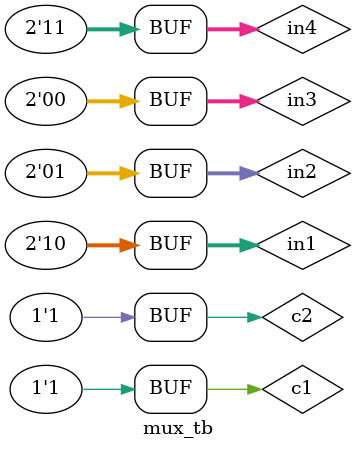
<source format=sv>

module mux_tb;
  reg [1:0] in1, in2, in3, in4; 
  reg c1, c2;
  wire [1:0] out; 
  mux test (
    .in1(in1), .in2(in2), .in3(in3), .in4(in4),
    .c1(c1), .c2(c2),
    .out(out) 
  );
  
  initial begin
    in1 = 2'b11;
    in2 = 2'b00;
    in3 = 2'b01;
    in4 = 2'b10;
    c1 = 1'b0;
    c2 = 1'b0;
    if (out != 2'b11)
      $display("first test failed");
    #5;
    
    in1 = 2'b00;
    in2 = 2'b11;
    in3 = 2'b01;
    in4 = 2'b10;
    c1 = 1'b0;
    c2 = 1'b1;
    if (out != 2'b11)
      $display("second test failed");
    
    #5;
    
    in1 = 2'b10;
    in2 = 2'b01;
    in3 = 2'b11;
    in4 = 2'b00;
    c1 = 1'b1;
    c2 = 1'b0;
    if (out != 2'b11)
      $display("third test failed");
    
    #5;
    
    in1 = 2'b10;
    in2 = 2'b01;
    in3 = 2'b00;
    in4 = 2'b11;
    c1 = 1'b1;
    c2 = 1'b1;
    if (out != 2'b11)
      $display("fourth test failed");
    
    #5;
  end
endmodule

    
    
    

</source>
